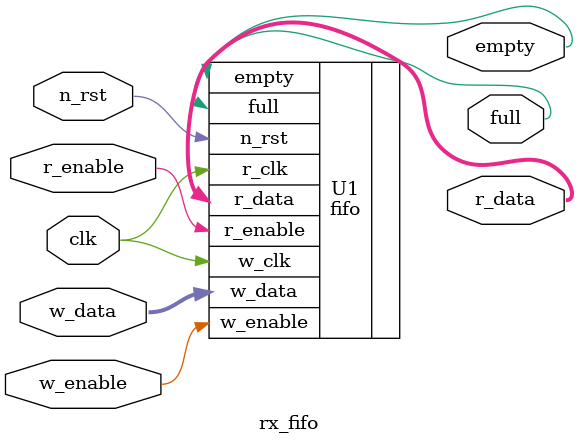
<source format=sv>

module rx_fifo(input wire clk, input wire n_rst, input wire r_enable, input wire w_enable, input wire [7:0] w_data, output wire [7:0] r_data, output wire empty, output wire full);

fifo U1 (.r_clk(clk), .w_clk(clk), .n_rst(n_rst), .r_enable(r_enable), .w_enable(w_enable), .w_data(w_data), .r_data(r_data), .empty(empty), .full(full));

endmodule

</source>
